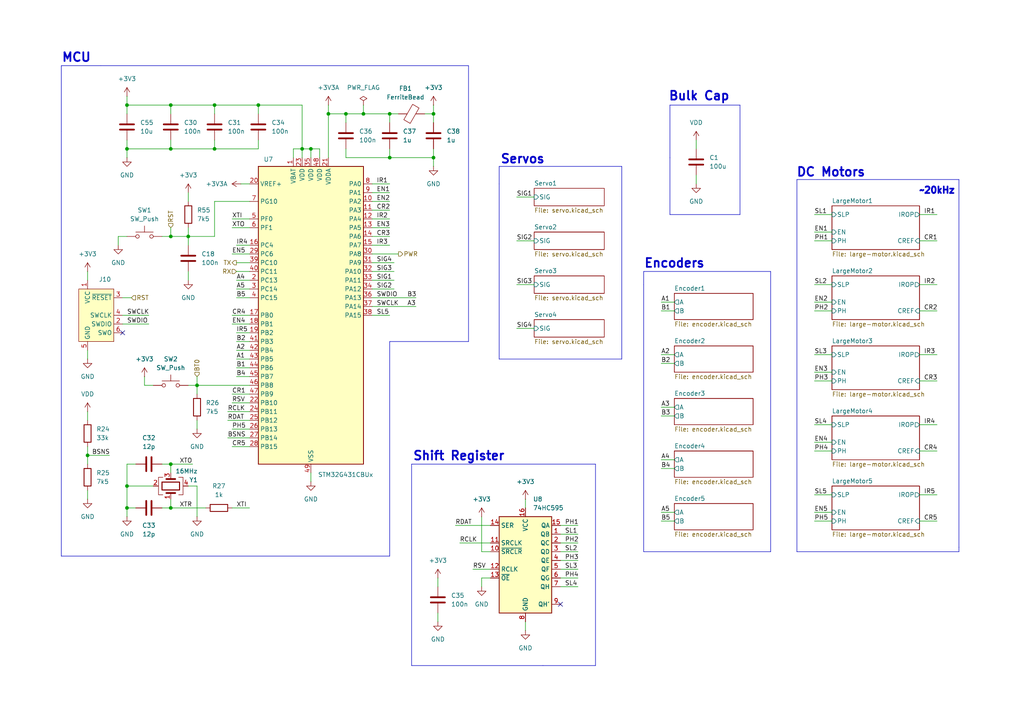
<source format=kicad_sch>
(kicad_sch (version 20250114) (generator "eeschema") (generator_version "9.0")
  (paper "A4")
  (lib_symbols
    (symbol "74xx:74HC595"
      (property "Reference" "U" (at -7.62 13.97 0))
      (property "Value" "74HC595" (at -7.62 -16.51 0))
      (symbol "74HC595_1_0"
        (pin input line (at -10.16 10.16 0) (length 2.54) (name "SER") (number "14"))
        (pin input line (at -10.16 5.08 0) (length 2.54) (name "SRCLK") (number "11"))
        (pin input line (at -10.16 2.54 0) (length 2.54) (name "~{SRCLR}") (number "10"))
        (pin input line (at -10.16 -2.54 0) (length 2.54) (name "RCLK") (number "12"))
        (pin input line (at -10.16 -5.08 0) (length 2.54) (name "~{OE}") (number "13"))
        (pin power_in line (at 0 15.24 270) (length 2.54) (name "VCC") (number "16"))
        (pin power_in line (at 0 -17.78 90) (length 2.54) (name "GND") (number "8"))
        (pin tri_state line (at 10.16 10.16 180) (length 2.54) (name "QA") (number "15"))
        (pin tri_state line (at 10.16 7.62 180) (length 2.54) (name "QB") (number "1"))
        (pin tri_state line (at 10.16 5.08 180) (length 2.54) (name "QC") (number "2"))
        (pin tri_state line (at 10.16 2.54 180) (length 2.54) (name "QD") (number "3"))
        (pin tri_state line (at 10.16 0 180) (length 2.54) (name "QE") (number "4"))
        (pin tri_state line (at 10.16 -2.54 180) (length 2.54) (name "QF") (number "5"))
        (pin tri_state line (at 10.16 -5.08 180) (length 2.54) (name "QG") (number "6"))
        (pin tri_state line (at 10.16 -7.62 180) (length 2.54) (name "QH") (number "7"))
        (pin output line (at 10.16 -12.7 180) (length 2.54) (name "QH'") (number "9"))
      )
      (symbol "74HC595_1_1"
        (rectangle (start -7.62 12.7) (end 7.62 -15.24) (stroke (width 0.254)) (fill (type background)))
      )
    )
    (symbol "Connector:Conn_ARM_SWD_TagConnect_TC2030-NL" (in_bom no)
      (property "Reference" "J" (at 2.54 11.43 0))
      (property "Value" "Conn_ARM_SWD_TagConnect_TC2030-NL" (at 2.54 8.89 0))
      (symbol "Conn_ARM_SWD_TagConnect_TC2030-NL_0_0"
        (pin power_in line (at -2.54 10.16 270) (length 2.54) (name "VCC") (number "1"))
        (pin power_in line (at -2.54 -10.16 90) (length 2.54) (name "GND") (number "5"))
        (pin open_collector line (at 7.62 5.08 180) (length 2.54) (name "~{RESET}") (number "3"))
        (pin output line (at 7.62 0 180) (length 2.54) (name "SWCLK") (number "4"))
        (pin bidirectional line (at 7.62 -2.54 180) (length 2.54) (name "SWDIO") (number "2"))
        (pin input line (at 7.62 -5.08 180) (length 2.54) (name "SWO") (number "6"))
      )
      (symbol "Conn_ARM_SWD_TagConnect_TC2030-NL_0_1"
        (rectangle (start -5.08 7.62) (end 5.08 -7.62) (fill (type background)))
      )
    )
    (symbol "Device:C" (pin_numbers (hide yes)) (pin_names (offset 0.254))
      (property "Reference" "C" (at 0.635 2.54 0))
      (property "Value" "C" (at 0.635 -2.54 0))
      (symbol "C_0_1"
        (polyline (pts (xy -2.032 0.762) (xy 2.032 0.762)) (stroke (width 0.508)))
        (polyline (pts (xy -2.032 -0.762) (xy 2.032 -0.762)) (stroke (width 0.508)))
      )
      (symbol "C_1_1"
        (pin passive line (at 0 3.81 270) (length 2.794) (name "~") (number "1"))
        (pin passive line (at 0 -3.81 90) (length 2.794) (name "~") (number "2"))
      )
    )
    (symbol "Device:Crystal_GND24" (pin_names (offset 1.016) (hide yes))
      (property "Reference" "Y" (at 3.175 5.08 0))
      (property "Value" "Crystal_GND24" (at 3.175 3.175 0))
      (symbol "Crystal_GND24_0_1"
        (polyline (pts (xy -2.54 2.286) (xy -2.54 3.556) (xy 2.54 3.556) (xy 2.54 2.286)))
        (polyline (pts (xy -2.54 0) (xy -2.032 0)))
        (polyline (pts (xy -2.54 -2.286) (xy -2.54 -3.556) (xy 2.54 -3.556) (xy 2.54 -2.286)))
        (polyline (pts (xy -2.032 -1.27) (xy -2.032 1.27)) (stroke (width 0.508)))
        (rectangle (start -1.143 2.54) (end 1.143 -2.54) (stroke (width 0.3048)))
        (polyline (pts (xy 0 3.556) (xy 0 3.81)))
        (polyline (pts (xy 0 -3.81) (xy 0 -3.556)))
        (polyline (pts (xy 2.032 0) (xy 2.54 0)))
        (polyline (pts (xy 2.032 -1.27) (xy 2.032 1.27)) (stroke (width 0.508)))
      )
      (symbol "Crystal_GND24_1_1"
        (pin passive line (at -3.81 0 0) (length 1.27) (name "1") (number "1"))
        (pin passive line (at 0 5.08 270) (length 1.27) (name "2") (number "2"))
        (pin passive line (at 0 -5.08 90) (length 1.27) (name "4") (number "4"))
        (pin passive line (at 3.81 0 180) (length 1.27) (name "3") (number "3"))
      )
    )
    (symbol "Device:FerriteBead" (pin_numbers (hide yes)) (pin_names (offset 0))
      (property "Reference" "FB" (at -3.81 0.635 90))
      (property "Value" "FerriteBead" (at 3.81 0 90))
      (symbol "FerriteBead_0_1"
        (polyline (pts (xy -2.7686 0.4064) (xy -1.7018 2.2606) (xy 2.7686 -0.3048) (xy 1.6764 -2.159) (xy -2.7686 0.4064)))
        (polyline (pts (xy 0 1.27) (xy 0 1.2954)))
        (polyline (pts (xy 0 -1.27) (xy 0 -1.2192)))
      )
      (symbol "FerriteBead_1_1"
        (pin passive line (at 0 3.81 270) (length 2.54) (name "~") (number "1"))
        (pin passive line (at 0 -3.81 90) (length 2.54) (name "~") (number "2"))
      )
    )
    (symbol "Device:R" (pin_numbers (hide yes)) (pin_names (offset 0))
      (property "Reference" "R" (at 2.032 0 90))
      (property "Value" "R" (at 0 0 90))
      (symbol "R_0_1"
        (rectangle (start -1.016 -2.54) (end 1.016 2.54) (stroke (width 0.254)))
      )
      (symbol "R_1_1"
        (pin passive line (at 0 3.81 270) (length 1.27) (name "~") (number "1"))
        (pin passive line (at 0 -3.81 90) (length 1.27) (name "~") (number "2"))
      )
    )
    (symbol "MCU_ST_STM32G4:STM32G431CBUx"
      (property "Reference" "U" (at -15.24 44.45 0))
      (property "Value" "STM32G431CBUx" (at 7.62 44.45 0))
      (symbol "STM32G431CBUx_0_1"
        (rectangle (start -15.24 -43.18) (end 15.24 43.18) (stroke (width 0.254)) (fill (type background)))
      )
      (symbol "STM32G431CBUx_1_1"
        (pin input line (at -17.78 38.1 0) (length 2.54) (name "VREF+") (number "20"))
        (pin bidirectional line (at -17.78 33.02 0) (length 2.54) (name "PG10") (number "7"))
        (pin bidirectional line (at -17.78 27.94 0) (length 2.54) (name "PF0") (number "5"))
        (pin bidirectional line (at -17.78 25.4 0) (length 2.54) (name "PF1") (number "6"))
        (pin bidirectional line (at -17.78 20.32 0) (length 2.54) (name "PC4") (number "16"))
        (pin bidirectional line (at -17.78 17.78 0) (length 2.54) (name "PC6") (number "29"))
        (pin bidirectional line (at -17.78 15.24 0) (length 2.54) (name "PC10") (number "39"))
        (pin bidirectional line (at -17.78 12.7 0) (length 2.54) (name "PC11") (number "40"))
        (pin bidirectional line (at -17.78 10.16 0) (length 2.54) (name "PC13") (number "2"))
        (pin bidirectional line (at -17.78 7.62 0) (length 2.54) (name "PC14") (number "3"))
        (pin bidirectional line (at -17.78 5.08 0) (length 2.54) (name "PC15") (number "4"))
        (pin bidirectional line (at -17.78 0 0) (length 2.54) (name "PB0") (number "17"))
        (pin bidirectional line (at -17.78 -2.54 0) (length 2.54) (name "PB1") (number "18"))
        (pin bidirectional line (at -17.78 -5.08 0) (length 2.54) (name "PB2") (number "19"))
        (pin bidirectional line (at -17.78 -7.62 0) (length 2.54) (name "PB3") (number "41"))
        (pin bidirectional line (at -17.78 -10.16 0) (length 2.54) (name "PB4") (number "42"))
        (pin bidirectional line (at -17.78 -12.7 0) (length 2.54) (name "PB5") (number "43"))
        (pin bidirectional line (at -17.78 -15.24 0) (length 2.54) (name "PB6") (number "44"))
        (pin bidirectional line (at -17.78 -17.78 0) (length 2.54) (name "PB7") (number "45"))
        (pin bidirectional line (at -17.78 -20.32 0) (length 2.54) (name "PB8") (number "46"))
        (pin bidirectional line (at -17.78 -22.86 0) (length 2.54) (name "PB9") (number "47"))
        (pin bidirectional line (at -17.78 -25.4 0) (length 2.54) (name "PB10") (number "22"))
        (pin bidirectional line (at -17.78 -27.94 0) (length 2.54) (name "PB11") (number "24"))
        (pin bidirectional line (at -17.78 -30.48 0) (length 2.54) (name "PB12") (number "25"))
        (pin bidirectional line (at -17.78 -33.02 0) (length 2.54) (name "PB13") (number "26"))
        (pin bidirectional line (at -17.78 -35.56 0) (length 2.54) (name "PB14") (number "27"))
        (pin bidirectional line (at -17.78 -38.1 0) (length 2.54) (name "PB15") (number "28"))
        (pin power_in line (at -5.08 45.72 270) (length 2.54) (name "VBAT") (number "1"))
        (pin power_in line (at -2.54 45.72 270) (length 2.54) (name "VDD") (number "23"))
        (pin power_in line (at 0 45.72 270) (length 2.54) (name "VDD") (number "35"))
        (pin power_in line (at 0 -45.72 90) (length 2.54) (name "VSS") (number "49"))
        (pin power_in line (at 2.54 45.72 270) (length 2.54) (name "VDD") (number "48"))
        (pin power_in line (at 5.08 45.72 270) (length 2.54) (name "VDDA") (number "21"))
        (pin bidirectional line (at 17.78 38.1 180) (length 2.54) (name "PA0") (number "8"))
        (pin bidirectional line (at 17.78 35.56 180) (length 2.54) (name "PA1") (number "9"))
        (pin bidirectional line (at 17.78 33.02 180) (length 2.54) (name "PA2") (number "10"))
        (pin bidirectional line (at 17.78 30.48 180) (length 2.54) (name "PA3") (number "11"))
        (pin bidirectional line (at 17.78 27.94 180) (length 2.54) (name "PA4") (number "12"))
        (pin bidirectional line (at 17.78 25.4 180) (length 2.54) (name "PA5") (number "13"))
        (pin bidirectional line (at 17.78 22.86 180) (length 2.54) (name "PA6") (number "14"))
        (pin bidirectional line (at 17.78 20.32 180) (length 2.54) (name "PA7") (number "15"))
        (pin bidirectional line (at 17.78 17.78 180) (length 2.54) (name "PA8") (number "30"))
        (pin bidirectional line (at 17.78 15.24 180) (length 2.54) (name "PA9") (number "31"))
        (pin bidirectional line (at 17.78 12.7 180) (length 2.54) (name "PA10") (number "32"))
        (pin bidirectional line (at 17.78 10.16 180) (length 2.54) (name "PA11") (number "33"))
        (pin bidirectional line (at 17.78 7.62 180) (length 2.54) (name "PA12") (number "34"))
        (pin bidirectional line (at 17.78 5.08 180) (length 2.54) (name "PA13") (number "36"))
        (pin bidirectional line (at 17.78 2.54 180) (length 2.54) (name "PA14") (number "37"))
        (pin bidirectional line (at 17.78 0 180) (length 2.54) (name "PA15") (number "38"))
      )
    )
    (symbol "Switch:SW_Push" (pin_numbers (hide yes)) (pin_names (offset 1.016) (hide yes))
      (property "Reference" "SW" (at 1.27 2.54 0))
      (property "Value" "SW_Push" (at 0 -1.524 0))
      (symbol "SW_Push_0_1"
        (circle (center -2.032 0) (radius 0.508))
        (polyline (pts (xy 0 1.27) (xy 0 3.048)))
        (circle (center 2.032 0) (radius 0.508))
        (polyline (pts (xy 2.54 1.27) (xy -2.54 1.27)))
        (pin passive line (at -5.08 0 0) (length 2.54) (name "1") (number "1"))
        (pin passive line (at 5.08 0 180) (length 2.54) (name "2") (number "2"))
      )
    )
    (symbol "power:+3V3" (power) (pin_numbers (hide yes)) (pin_names (offset 0) (hide yes))
      (property "Value" "+3V3" (at 0 3.556 0))
      (symbol "+3V3_0_1"
        (polyline (pts (xy -0.762 1.27) (xy 0 2.54)))
        (polyline (pts (xy 0 2.54) (xy 0.762 1.27)))
        (polyline (pts (xy 0 0) (xy 0 2.54)))
      )
      (symbol "+3V3_1_1"
        (pin power_in line (at 0 0 90) (length 0) (name "~") (number "1"))
      )
    )
    (symbol "power:GND" (power) (pin_numbers (hide yes)) (pin_names (offset 0) (hide yes))
      (property "Value" "GND" (at 0 -3.81 0))
      (symbol "GND_0_1"
        (polyline (pts (xy 0 0) (xy 0 -1.27) (xy 1.27 -1.27) (xy 0 -2.54) (xy -1.27 -1.27) (xy 0 -1.27)))
      )
      (symbol "GND_1_1"
        (pin power_in line (at 0 0 270) (length 0) (name "~") (number "1"))
      )
    )
    (symbol "power:PWR_FLAG" (power) (pin_numbers (hide yes)) (pin_names (offset 0) (hide yes))
      (property "Value" "PWR_FLAG" (at 0 3.81 0))
      (symbol "PWR_FLAG_0_0"
        (pin power_out line (at 0 0 90) (length 0) (name "~") (number "1"))
      )
      (symbol "PWR_FLAG_0_1"
        (polyline (pts (xy 0 0) (xy 0 1.27) (xy -1.016 1.905) (xy 0 2.54) (xy 1.016 1.905) (xy 0 1.27)))
      )
    )
    (symbol "power:VDD" (power) (pin_numbers (hide yes)) (pin_names (offset 0) (hide yes))
      (property "Value" "VDD" (at 0 3.556 0))
      (symbol "VDD_0_1"
        (polyline (pts (xy -0.762 1.27) (xy 0 2.54)))
        (polyline (pts (xy 0 2.54) (xy 0.762 1.27)))
        (polyline (pts (xy 0 0) (xy 0 2.54)))
      )
      (symbol "VDD_1_1"
        (pin power_in line (at 0 0 90) (length 0) (name "~") (number "1"))
      )
    )
  )
  (text "~20kHz" (at 271.78 55.372 0) (effects (font (size 1.905 1.905) (thickness 0.508) (bold yes))))
  (text "Bulk Cap" (at 193.802 29.464 0) (effects (font (size 2.54 2.54) (thickness 0.508) (bold yes)) (justify left bottom)))
  (text "Servos" (at 145.034 47.752 0) (effects (font (size 2.54 2.54) (thickness 0.508) (bold yes)) (justify left bottom)))
  (text "MCU" (at 17.78 18.288 0) (effects (font (size 2.54 2.54) (thickness 0.508) (bold yes)) (justify left bottom)))
  (text "DC Motors" (at 230.886 51.562 0) (effects (font (size 2.54 2.54) (thickness 0.508) (bold yes)) (justify left bottom)))
  (text "Encoders" (at 186.69 77.978 0) (effects (font (size 2.54 2.54) (thickness 0.508) (bold yes)) (justify left bottom)))
  (text "Shift Register" (at 119.634 133.858 0) (effects (font (size 2.54 2.54) (thickness 0.508) (bold yes)) (justify left bottom)))
  (junction (at 125.73 33.02))
  (junction (at 105.41 33.02))
  (junction (at 90.17 43.18))
  (junction (at 36.83 147.32))
  (junction (at 54.61 68.58))
  (junction (at 113.03 33.02))
  (junction (at 113.03 45.72))
  (junction (at 62.23 43.18))
  (junction (at 49.53 68.58))
  (junction (at 36.83 43.18))
  (junction (at 100.33 33.02))
  (junction (at 36.83 30.48))
  (junction (at 36.83 140.97))
  (junction (at 87.63 43.18))
  (junction (at 49.53 43.18))
  (junction (at 95.25 33.02))
  (junction (at 49.53 134.62))
  (junction (at 57.15 111.76))
  (junction (at 25.4 132.08))
  (junction (at 62.23 30.48))
  (junction (at 49.53 30.48))
  (junction (at 74.93 30.48))
  (junction (at 49.53 147.32))
  (junction (at 125.73 45.72))
  (no_connect (at 35.56 96.52))
  (no_connect (at 162.56 175.26))
  (wire (pts (xy 36.83 43.18) (xy 36.83 45.72)))
  (wire (pts (xy 67.31 114.3) (xy 72.39 114.3)))
  (wire (pts (xy 107.95 91.44) (xy 113.03 91.44)))
  (polyline (pts (xy 186.69 78.74) (xy 186.69 82.55)))
  (wire (pts (xy 36.83 134.62) (xy 39.37 134.62)))
  (wire (pts (xy 266.7 102.87) (xy 271.78 102.87)))
  (polyline (pts (xy 194.31 45.72) (xy 194.31 62.23)))
  (polyline (pts (xy 214.63 30.48) (xy 194.31 30.48)))
  (wire (pts (xy 25.4 142.24) (xy 25.4 144.78)))
  (wire (pts (xy 191.77 133.35) (xy 195.58 133.35)))
  (wire (pts (xy 54.61 71.12) (xy 54.61 68.58)))
  (wire (pts (xy 57.15 121.92) (xy 57.15 124.46)))
  (wire (pts (xy 74.93 30.48) (xy 74.93 33.02)))
  (wire (pts (xy 34.29 68.58) (xy 36.83 68.58)))
  (wire (pts (xy 25.4 132.08) (xy 25.4 134.62)))
  (wire (pts (xy 46.99 68.58) (xy 49.53 68.58)))
  (wire (pts (xy 107.95 86.36) (xy 120.65 86.36)))
  (wire (pts (xy 107.95 78.74) (xy 114.3 78.74)))
  (wire (pts (xy 68.58 86.36) (xy 72.39 86.36)))
  (wire (pts (xy 201.93 40.64) (xy 201.93 43.18)))
  (wire (pts (xy 68.58 109.22) (xy 72.39 109.22)))
  (polyline (pts (xy 223.52 78.74) (xy 186.69 78.74)))
  (wire (pts (xy 105.41 33.02) (xy 113.03 33.02)))
  (wire (pts (xy 49.53 66.04) (xy 49.53 68.58)))
  (wire (pts (xy 49.53 147.32) (xy 59.69 147.32)))
  (wire (pts (xy 236.22 82.55) (xy 241.3 82.55)))
  (wire (pts (xy 266.7 130.81) (xy 271.78 130.81)))
  (wire (pts (xy 236.22 123.19) (xy 241.3 123.19)))
  (wire (pts (xy 68.58 76.2) (xy 72.39 76.2)))
  (wire (pts (xy 113.03 33.02) (xy 113.03 35.56)))
  (wire (pts (xy 49.53 147.32) (xy 46.99 147.32)))
  (polyline (pts (xy 113.03 161.29) (xy 113.03 99.06)))
  (wire (pts (xy 236.22 62.23) (xy 241.3 62.23)))
  (wire (pts (xy 87.63 43.18) (xy 87.63 45.72)))
  (wire (pts (xy 266.7 151.13) (xy 271.78 151.13)))
  (wire (pts (xy 62.23 43.18) (xy 74.93 43.18)))
  (wire (pts (xy 95.25 30.48) (xy 95.25 33.02)))
  (wire (pts (xy 57.15 109.22) (xy 57.15 111.76)))
  (wire (pts (xy 266.7 62.23) (xy 271.78 62.23)))
  (wire (pts (xy 36.83 140.97) (xy 44.45 140.97)))
  (polyline (pts (xy 278.13 158.75) (xy 278.13 160.02)))
  (polyline (pts (xy 231.14 52.07) (xy 231.14 160.02)))
  (wire (pts (xy 266.7 123.19) (xy 271.78 123.19)))
  (polyline (pts (xy 144.78 48.26) (xy 144.78 53.34)))
  (wire (pts (xy 87.63 43.18) (xy 87.63 30.48)))
  (polyline (pts (xy 144.78 104.14) (xy 180.34 104.14)))
  (polyline (pts (xy 157.48 193.04) (xy 172.72 193.04)))
  (wire (pts (xy 67.31 91.44) (xy 72.39 91.44)))
  (polyline (pts (xy 194.31 30.48) (xy 194.31 45.72)))
  (wire (pts (xy 107.95 58.42) (xy 113.03 58.42)))
  (wire (pts (xy 236.22 143.51) (xy 241.3 143.51)))
  (wire (pts (xy 201.93 50.8) (xy 201.93 53.34)))
  (wire (pts (xy 95.25 33.02) (xy 100.33 33.02)))
  (wire (pts (xy 41.91 109.22) (xy 41.91 111.76)))
  (wire (pts (xy 57.15 140.97) (xy 54.61 140.97)))
  (wire (pts (xy 149.86 57.15) (xy 154.94 57.15)))
  (wire (pts (xy 266.7 110.49) (xy 271.78 110.49)))
  (wire (pts (xy 66.04 121.92) (xy 72.39 121.92)))
  (wire (pts (xy 132.08 152.4) (xy 142.24 152.4)))
  (wire (pts (xy 25.4 78.74) (xy 25.4 81.28)))
  (polyline (pts (xy 223.52 160.02) (xy 223.52 78.74)))
  (wire (pts (xy 57.15 111.76) (xy 72.39 111.76)))
  (wire (pts (xy 67.31 147.32) (xy 72.39 147.32)))
  (wire (pts (xy 35.56 91.44) (xy 43.18 91.44)))
  (wire (pts (xy 49.53 134.62) (xy 46.99 134.62)))
  (wire (pts (xy 67.31 116.84) (xy 72.39 116.84)))
  (wire (pts (xy 49.53 134.62) (xy 55.88 134.62)))
  (wire (pts (xy 95.25 33.02) (xy 95.25 45.72)))
  (wire (pts (xy 67.31 73.66) (xy 72.39 73.66)))
  (polyline (pts (xy 214.63 62.23) (xy 214.63 30.48)))
  (wire (pts (xy 36.83 30.48) (xy 49.53 30.48)))
  (wire (pts (xy 57.15 140.97) (xy 57.15 149.86)))
  (polyline (pts (xy 186.69 82.55) (xy 186.69 160.02)))
  (wire (pts (xy 191.77 102.87) (xy 195.58 102.87)))
  (polyline (pts (xy 135.89 99.06) (xy 135.89 19.05)))
  (wire (pts (xy 236.22 151.13) (xy 241.3 151.13)))
  (wire (pts (xy 139.7 149.86) (xy 139.7 160.02)))
  (wire (pts (xy 162.56 157.48) (xy 167.64 157.48)))
  (wire (pts (xy 36.83 27.94) (xy 36.83 30.48)))
  (polyline (pts (xy 194.31 62.23) (xy 214.63 62.23)))
  (wire (pts (xy 107.95 71.12) (xy 113.03 71.12)))
  (wire (pts (xy 36.83 33.02) (xy 36.83 30.48)))
  (wire (pts (xy 133.35 157.48) (xy 142.24 157.48)))
  (wire (pts (xy 62.23 30.48) (xy 74.93 30.48)))
  (wire (pts (xy 34.29 71.12) (xy 34.29 68.58)))
  (wire (pts (xy 162.56 160.02) (xy 167.64 160.02)))
  (polyline (pts (xy 119.38 134.62) (xy 119.38 193.04)))
  (polyline (pts (xy 144.78 53.34) (xy 144.78 104.14)))
  (polyline (pts (xy 278.13 52.07) (xy 231.14 52.07)))
  (wire (pts (xy 191.77 105.41) (xy 195.58 105.41)))
  (wire (pts (xy 68.58 101.6) (xy 72.39 101.6)))
  (wire (pts (xy 25.4 101.6) (xy 25.4 104.14)))
  (wire (pts (xy 68.58 78.74) (xy 72.39 78.74)))
  (wire (pts (xy 54.61 111.76) (xy 57.15 111.76)))
  (wire (pts (xy 66.04 119.38) (xy 72.39 119.38)))
  (wire (pts (xy 62.23 33.02) (xy 62.23 30.48)))
  (wire (pts (xy 107.95 60.96) (xy 113.03 60.96)))
  (wire (pts (xy 236.22 130.81) (xy 241.3 130.81)))
  (polyline (pts (xy 278.13 158.75) (xy 278.13 52.07)))
  (wire (pts (xy 36.83 147.32) (xy 36.83 140.97)))
  (wire (pts (xy 127 167.64) (xy 127 170.18)))
  (wire (pts (xy 68.58 96.52) (xy 72.39 96.52)))
  (wire (pts (xy 107.95 53.34) (xy 113.03 53.34)))
  (wire (pts (xy 67.31 66.04) (xy 72.39 66.04)))
  (polyline (pts (xy 172.72 193.04) (xy 172.72 134.62)))
  (wire (pts (xy 100.33 45.72) (xy 113.03 45.72)))
  (wire (pts (xy 68.58 83.82) (xy 72.39 83.82)))
  (wire (pts (xy 66.04 127) (xy 72.39 127)))
  (wire (pts (xy 62.23 58.42) (xy 62.23 68.58)))
  (wire (pts (xy 236.22 128.27) (xy 241.3 128.27)))
  (wire (pts (xy 162.56 170.18) (xy 167.64 170.18)))
  (wire (pts (xy 85.09 45.72) (xy 85.09 43.18)))
  (polyline (pts (xy 17.78 19.05) (xy 17.78 38.1)))
  (wire (pts (xy 107.95 66.04) (xy 113.03 66.04)))
  (wire (pts (xy 236.22 102.87) (xy 241.3 102.87)))
  (wire (pts (xy 113.03 43.18) (xy 113.03 45.72)))
  (wire (pts (xy 125.73 43.18) (xy 125.73 45.72)))
  (wire (pts (xy 149.86 82.55) (xy 154.94 82.55)))
  (wire (pts (xy 100.33 33.02) (xy 100.33 35.56)))
  (wire (pts (xy 191.77 135.89) (xy 195.58 135.89)))
  (wire (pts (xy 236.22 90.17) (xy 241.3 90.17)))
  (polyline (pts (xy 180.34 104.14) (xy 180.34 48.26)))
  (wire (pts (xy 49.53 144.78) (xy 49.53 147.32)))
  (wire (pts (xy 49.53 137.16) (xy 49.53 134.62)))
  (wire (pts (xy 236.22 67.31) (xy 241.3 67.31)))
  (wire (pts (xy 35.56 86.36) (xy 38.1 86.36)))
  (wire (pts (xy 54.61 58.42) (xy 54.61 55.88)))
  (polyline (pts (xy 17.78 38.1) (xy 17.78 161.29)))
  (wire (pts (xy 191.77 148.59) (xy 195.58 148.59)))
  (wire (pts (xy 25.4 129.54) (xy 25.4 132.08)))
  (wire (pts (xy 149.86 95.25) (xy 154.94 95.25)))
  (wire (pts (xy 152.4 180.34) (xy 152.4 182.88)))
  (wire (pts (xy 62.23 68.58) (xy 54.61 68.58)))
  (wire (pts (xy 236.22 107.95) (xy 241.3 107.95)))
  (polyline (pts (xy 231.14 160.02) (xy 278.13 160.02)))
  (wire (pts (xy 162.56 165.1) (xy 167.64 165.1)))
  (wire (pts (xy 92.71 45.72) (xy 92.71 43.18)))
  (wire (pts (xy 68.58 71.12) (xy 72.39 71.12)))
  (wire (pts (xy 62.23 40.64) (xy 62.23 43.18)))
  (wire (pts (xy 54.61 68.58) (xy 54.61 66.04)))
  (wire (pts (xy 191.77 120.65) (xy 195.58 120.65)))
  (polyline (pts (xy 135.89 19.05) (xy 29.21 19.05)))
  (wire (pts (xy 266.7 143.51) (xy 271.78 143.51)))
  (polyline (pts (xy 180.34 48.26) (xy 144.78 48.26)))
  (wire (pts (xy 49.53 68.58) (xy 54.61 68.58)))
  (wire (pts (xy 62.23 30.48) (xy 49.53 30.48)))
  (polyline (pts (xy 17.78 161.29) (xy 113.03 161.29)))
  (polyline (pts (xy 172.72 134.62) (xy 119.38 134.62)))
  (wire (pts (xy 191.77 87.63) (xy 195.58 87.63)))
  (wire (pts (xy 85.09 43.18) (xy 87.63 43.18)))
  (wire (pts (xy 123.19 33.02) (xy 125.73 33.02)))
  (wire (pts (xy 36.83 149.86) (xy 36.83 147.32)))
  (wire (pts (xy 49.53 40.64) (xy 49.53 43.18)))
  (polyline (pts (xy 17.78 19.05) (xy 29.21 19.05)))
  (wire (pts (xy 72.39 58.42) (xy 62.23 58.42)))
  (wire (pts (xy 236.22 110.49) (xy 241.3 110.49)))
  (wire (pts (xy 127 177.8) (xy 127 180.34)))
  (wire (pts (xy 107.95 81.28) (xy 114.3 81.28)))
  (wire (pts (xy 236.22 148.59) (xy 241.3 148.59)))
  (polyline (pts (xy 186.69 160.02) (xy 223.52 160.02)))
  (wire (pts (xy 107.95 88.9) (xy 120.65 88.9)))
  (wire (pts (xy 149.86 69.85) (xy 154.94 69.85)))
  (wire (pts (xy 67.31 129.54) (xy 72.39 129.54)))
  (wire (pts (xy 125.73 30.48) (xy 125.73 33.02)))
  (wire (pts (xy 36.83 43.18) (xy 36.83 40.64)))
  (wire (pts (xy 36.83 140.97) (xy 36.83 134.62)))
  (wire (pts (xy 100.33 43.18) (xy 100.33 45.72)))
  (wire (pts (xy 35.56 93.98) (xy 43.18 93.98)))
  (wire (pts (xy 266.7 69.85) (xy 271.78 69.85)))
  (wire (pts (xy 191.77 90.17) (xy 195.58 90.17)))
  (wire (pts (xy 25.4 119.38) (xy 25.4 121.92)))
  (wire (pts (xy 139.7 170.18) (xy 139.7 167.64)))
  (wire (pts (xy 68.58 81.28) (xy 72.39 81.28)))
  (wire (pts (xy 68.58 106.68) (xy 72.39 106.68)))
  (wire (pts (xy 90.17 43.18) (xy 87.63 43.18)))
  (wire (pts (xy 113.03 33.02) (xy 115.57 33.02)))
  (wire (pts (xy 49.53 30.48) (xy 49.53 33.02)))
  (wire (pts (xy 74.93 40.64) (xy 74.93 43.18)))
  (wire (pts (xy 57.15 114.3) (xy 57.15 111.76)))
  (polyline (pts (xy 113.03 99.06) (xy 135.89 99.06)))
  (wire (pts (xy 36.83 43.18) (xy 49.53 43.18)))
  (polyline (pts (xy 119.38 193.04) (xy 157.48 193.04)))
  (wire (pts (xy 68.58 99.06) (xy 72.39 99.06)))
  (wire (pts (xy 162.56 154.94) (xy 167.64 154.94)))
  (wire (pts (xy 105.41 30.48) (xy 105.41 33.02)))
  (wire (pts (xy 139.7 167.64) (xy 142.24 167.64)))
  (wire (pts (xy 69.85 53.34) (xy 72.39 53.34)))
  (wire (pts (xy 67.31 93.98) (xy 72.39 93.98)))
  (wire (pts (xy 125.73 45.72) (xy 125.73 48.26)))
  (wire (pts (xy 125.73 33.02) (xy 125.73 35.56)))
  (wire (pts (xy 107.95 76.2) (xy 114.3 76.2)))
  (wire (pts (xy 113.03 45.72) (xy 125.73 45.72)))
  (wire (pts (xy 100.33 33.02) (xy 105.41 33.02)))
  (wire (pts (xy 49.53 43.18) (xy 62.23 43.18)))
  (wire (pts (xy 107.95 73.66) (xy 115.57 73.66)))
  (wire (pts (xy 67.31 63.5) (xy 72.39 63.5)))
  (wire (pts (xy 266.7 82.55) (xy 271.78 82.55)))
  (wire (pts (xy 107.95 63.5) (xy 113.03 63.5)))
  (wire (pts (xy 152.4 144.78) (xy 152.4 147.32)))
  (wire (pts (xy 162.56 152.4) (xy 167.64 152.4)))
  (wire (pts (xy 139.7 160.02) (xy 142.24 160.02)))
  (wire (pts (xy 107.95 83.82) (xy 114.3 83.82)))
  (wire (pts (xy 68.58 104.14) (xy 72.39 104.14)))
  (wire (pts (xy 162.56 162.56) (xy 167.64 162.56)))
  (wire (pts (xy 191.77 151.13) (xy 195.58 151.13)))
  (wire (pts (xy 107.95 68.58) (xy 113.03 68.58)))
  (wire (pts (xy 191.77 118.11) (xy 195.58 118.11)))
  (wire (pts (xy 90.17 43.18) (xy 90.17 45.72)))
  (wire (pts (xy 236.22 69.85) (xy 241.3 69.85)))
  (wire (pts (xy 25.4 132.08) (xy 31.75 132.08)))
  (wire (pts (xy 236.22 87.63) (xy 241.3 87.63)))
  (wire (pts (xy 54.61 78.74) (xy 54.61 81.28)))
  (wire (pts (xy 90.17 137.16) (xy 90.17 139.7)))
  (wire (pts (xy 74.93 30.48) (xy 87.63 30.48)))
  (wire (pts (xy 107.95 55.88) (xy 113.03 55.88)))
  (wire (pts (xy 137.16 165.1) (xy 142.24 165.1)))
  (wire (pts (xy 162.56 167.64) (xy 167.64 167.64)))
  (wire (pts (xy 67.31 124.46) (xy 72.39 124.46)))
  (wire (pts (xy 41.91 111.76) (xy 44.45 111.76)))
  (wire (pts (xy 36.83 147.32) (xy 39.37 147.32)))
  (wire (pts (xy 266.7 90.17) (xy 271.78 90.17)))
  (wire (pts (xy 92.71 43.18) (xy 90.17 43.18)))
  (label "SL3" (at 236.22 102.87 0))
  (label "B1" (at 191.77 90.17 0))
  (label "EN5" (at 236.22 148.59 0))
  (label "IR1" (at 267.97 62.23 0))
  (label "RSV" (at 137.16 165.1 0))
  (label "PH3" (at 236.22 110.49 0))
  (label "A3" (at 118.11 88.9 0))
  (label "EN1" (at 109.22 55.88 0))
  (label "EN3" (at 236.22 107.95 0))
  (label "PH4" (at 163.83 167.64 0))
  (label "B3" (at 191.77 120.65 0))
  (label "SWCLK" (at 36.83 91.44 0))
  (label "XTI" (at 68.58 147.32 0))
  (label "CR3" (at 109.22 68.58 0))
  (label "EN3" (at 109.22 66.04 0))
  (label "B1" (at 68.58 106.68 0))
  (label "PH2" (at 236.22 90.17 0))
  (label "CR4" (at 267.97 130.81 0))
  (label "XTO" (at 52.07 134.62 0))
  (label "SL5" (at 109.22 91.44 0))
  (label "EN5" (at 67.31 73.66 0))
  (label "A4" (at 191.77 133.35 0))
  (label "XTR" (at 52.07 147.32 0))
  (label "A2" (at 191.77 102.87 0))
  (label "IR4" (at 68.58 71.12 0))
  (label "IR5" (at 68.58 96.52 0))
  (label "RDAT" (at 132.08 152.4 0))
  (label "IR1" (at 109.22 53.34 0))
  (label "PH5" (at 236.22 151.13 0))
  (label "CR4" (at 67.31 91.44 0))
  (label "A5" (at 68.58 83.82 0))
  (label "IR5" (at 267.97 143.51 0))
  (label "SIG1" (at 109.22 81.28 0))
  (label "SL4" (at 236.22 123.19 0))
  (label "EN2" (at 109.22 58.42 0))
  (label "EN2" (at 236.22 87.63 0))
  (label "B5" (at 68.58 86.36 0))
  (label "SWCLK" (at 109.22 88.9 0))
  (label "CR2" (at 109.22 60.96 0))
  (label "CR1" (at 67.31 114.3 0))
  (label "XTI" (at 67.31 63.5 0))
  (label "SWDIO" (at 109.22 86.36 0))
  (label "A5" (at 191.77 148.59 0))
  (label "RSV" (at 67.31 116.84 0))
  (label "IR2" (at 267.97 82.55 0))
  (label "EN1" (at 236.22 67.31 0))
  (label "B5" (at 191.77 151.13 0))
  (label "RCLK" (at 66.04 119.38 0))
  (label "XTO" (at 67.31 66.04 0))
  (label "B2" (at 68.58 99.06 0))
  (label "B4" (at 191.77 135.89 0))
  (label "PH1" (at 236.22 69.85 0))
  (label "SL1" (at 163.83 154.94 0))
  (label "EN4" (at 67.31 93.98 0))
  (label "SIG4" (at 109.22 76.2 0))
  (label "SL5" (at 236.22 143.51 0))
  (label "PH4" (at 236.22 130.81 0))
  (label "SL2" (at 236.22 82.55 0))
  (label "IR3" (at 109.22 71.12 0))
  (label "PH3" (at 163.83 162.56 0))
  (label "SL4" (at 163.83 170.18 0))
  (label "PH1" (at 163.83 152.4 0))
  (label "CR3" (at 267.97 110.49 0))
  (label "IR2" (at 109.22 63.5 0))
  (label "A4" (at 68.58 81.28 0))
  (label "A1" (at 191.77 87.63 0))
  (label "SIG2" (at 109.22 83.82 0))
  (label "CR2" (at 267.97 90.17 0))
  (label "SIG1" (at 149.86 57.15 0))
  (label "A3" (at 191.77 118.11 0))
  (label "BSNS" (at 66.04 127 0))
  (label "SIG2" (at 149.86 69.85 0))
  (label "SIG3" (at 149.86 82.55 0))
  (label "A1" (at 68.58 104.14 0))
  (label "BSNS" (at 26.67 132.08 0))
  (label "B4" (at 68.58 109.22 0))
  (label "RDAT" (at 66.04 121.92 0))
  (label "IR3" (at 267.97 102.87 0))
  (label "SL1" (at 236.22 62.23 0))
  (label "CR5" (at 267.97 151.13 0))
  (label "SWDIO" (at 36.83 93.98 0))
  (label "EN4" (at 236.22 128.27 0))
  (label "CR5" (at 67.31 129.54 0))
  (label "IR4" (at 267.97 123.19 0))
  (label "B2" (at 191.77 105.41 0))
  (label "CR1" (at 267.97 69.85 0))
  (label "SL3" (at 163.83 165.1 0))
  (label "A2" (at 68.58 101.6 0))
  (label "SIG3" (at 109.22 78.74 0))
  (label "SIG4" (at 149.86 95.25 0))
  (label "B3" (at 118.11 86.36 0))
  (label "SL2" (at 163.83 160.02 0))
  (label "PH2" (at 163.83 157.48 0))
  (label "RCLK" (at 133.35 157.48 0))
  (label "PH5" (at 67.31 124.46 0))
  (hierarchical_label "PWR" (shape output) (at 115.57 73.66 0))
  (hierarchical_label "RX" (shape input) (at 68.58 78.74 180))
  (hierarchical_label "RST" (shape input) (at 38.1 86.36 0))
  (hierarchical_label "TX" (shape output) (at 68.58 76.2 180))
  (hierarchical_label "BT0" (shape input) (at 57.15 109.22 90))
  (hierarchical_label "RST" (shape input) (at 49.53 66.04 90))
  (symbol (lib_id "MCU_ST_STM32G4:STM32G431CBUx") (at 90.17 91.44 0) (unit 1)
    (property "Reference" "U7" (at 76.454 46.228 0) (effects (justify left)))
    (property "Value" "STM32G431CBUx" (at 92.202 137.668 0) (effects (justify left)))
    (property "Footprint" "Package_DFN_QFN:QFN-48-1EP_7x7mm_P0.5mm_EP5.6x5.6mm" (effects (hide yes)))
    (property "Datasheet" "https://www.st.com/resource/en/datasheet/stm32g431cb.pdf" (effects (hide yes)))
    (property "Description" "STMicroelectronics Arm Cortex-M4 MCU, 128KB flash, 32KB RAM, 170 MHz, 1.71-3.6V, 42 GPIO, UFQFPN48" (effects (hide yes)))
    (property "LCSC" "C529356" (effects (hide yes)))
  )
  (symbol (lib_id "power:+3V3") (at 127 167.64 0) (unit 1)
    (property "Reference" "#PWR088" (effects (hide yes)))
    (property "Value" "+3V3" (at 127 162.56 0))
    (property "Description" "Power symbol creates a global label with name \"+3V3\"" (effects (hide yes)))
  )
  (symbol (lib_id "power:PWR_FLAG") (at 105.41 30.48 0) (unit 1)
    (property "Reference" "#FLG05" (effects (hide yes)))
    (property "Value" "PWR_FLAG" (at 105.41 25.4 0))
    (property "Description" "Special symbol for telling ERC where power comes from" (effects (hide yes)))
  )
  (symbol (lib_id "Device:C") (at 43.18 147.32 90) (unit 1)
    (property "Reference" "C33" (at 43.18 152.4 90))
    (property "Value" "12p" (at 43.18 154.94 90))
    (property "Footprint" "Capacitor_SMD:C_0402_1005Metric" (effects (hide yes)))
    (property "LCSC" "C1547" (effects (hide yes)))
  )
  (symbol (lib_id "power:+3V3") (at 95.25 30.48 0) (unit 1)
    (property "Reference" "#PWR087" (effects (hide yes)))
    (property "Value" "+3V3A" (at 95.25 25.4 0))
    (property "Description" "Power symbol creates a global label with name \"+3V3\"" (effects (hide yes)))
  )
  (symbol (lib_id "power:GND") (at 25.4 104.14 0) (unit 1)
    (property "Reference" "#PWR0121" (effects (hide yes)))
    (property "Value" "GND" (at 25.4 109.22 0))
    (property "Description" "Power symbol creates a global label with name \"GND\" , ground" (effects (hide yes)))
  )
  (symbol (lib_id "Device:C") (at 36.83 36.83 0) (unit 1)
    (property "Reference" "C55" (at 40.64 35.5599 0) (effects (justify left)))
    (property "Value" "10u" (at 40.64 38.0999 0) (effects (justify left)))
    (property "Footprint" "Capacitor_SMD:C_0402_1005Metric" (effects (hide yes)))
    (property "Description" "Unpolarized capacitor" (effects (hide yes)))
    (property "LCSC" "C15525" (effects (hide yes)))
  )
  (symbol (lib_id "power:GND") (at 36.83 149.86 0) (unit 1)
    (property "Reference" "#PWR083" (effects (hide yes)))
    (property "Value" "GND" (at 36.83 154.94 0))
  )
  (symbol (lib_id "power:+3V3") (at 54.61 55.88 0) (unit 1)
    (property "Reference" "#PWR0120" (effects (hide yes)))
    (property "Value" "+3V3" (at 54.61 50.8 0))
    (property "Description" "Power symbol creates a global label with name \"+3V3\"" (effects (hide yes)))
  )
  (symbol (lib_id "Device:FerriteBead") (at 119.38 33.02 90) (unit 1)
    (property "Reference" "FB1" (at 117.602 25.654 90))
    (property "Value" "FerriteBead" (at 117.602 28.194 90))
    (property "Footprint" "Inductor_SMD:L_0805_2012Metric" (effects (hide yes)))
    (property "LCSC" "C1017" (effects (hide yes)))
  )
  (symbol (lib_id "Connector:Conn_ARM_SWD_TagConnect_TC2030-NL") (at 27.94 91.44 0) (unit 1) (in_bom no)
    (property "Reference" "J10" (at 32.258 81.026 0) (effects (justify right)))
    (property "Value" "Conn_ARM_SWD_TagConnect_TC2030-NL" (effects (hide yes)))
    (property "Footprint" "Connector:Tag-Connect_TC2030-IDC-NL_2x03_P1.27mm_Vertical" (effects (hide yes)))
    (property "Datasheet" "https://www.tag-connect.com/wp-content/uploads/bsk-pdf-manager/TC2030-CTX_1.pdf" (effects (hide yes)))
    (property "Description" "Tag-Connect ARM Cortex SWD JTAG connector, 6 pin, no legs" (effects (hide yes)))
  )
  (symbol (lib_id "power:+3V3") (at 36.83 27.94 0) (unit 1)
    (property "Reference" "#PWR080" (effects (hide yes)))
    (property "Value" "+3V3" (at 36.83 22.86 0))
    (property "Description" "Power symbol creates a global label with name \"+3V3\"" (effects (hide yes)))
  )
  (symbol (lib_id "Device:R") (at 25.4 138.43 0) (unit 1)
    (property "Reference" "R25" (at 27.94 137.1599 0) (effects (justify left)))
    (property "Value" "7k5" (at 27.94 139.6999 0) (effects (justify left)))
    (property "Footprint" "Resistor_SMD:R_0402_1005Metric" (effects (hide yes)))
    (property "Description" "Resistor" (effects (hide yes)))
    (property "LCSC" "C25918" (effects (hide yes)))
  )
  (symbol (lib_id "power:GND") (at 125.73 48.26 0) (unit 1)
    (property "Reference" "#PWR096" (effects (hide yes)))
    (property "Value" "GND" (at 125.73 53.34 0))
  )
  (symbol (lib_id "power:GND") (at 54.61 81.28 0) (unit 1)
    (property "Reference" "#PWR027" (effects (hide yes)))
    (property "Value" "GND" (at 54.61 86.36 0))
    (property "Description" "Power symbol creates a global label with name \"GND\" , ground" (effects (hide yes)))
  )
  (symbol (lib_id "Switch:SW_Push") (at 49.53 111.76 0) (unit 1)
    (property "Reference" "SW2" (at 49.53 104.14 0))
    (property "Value" "SW_Push" (at 49.53 106.68 0))
    (property "Footprint" "Footprints:TS-1088" (effects (hide yes)))
    (property "Description" "Push button switch, generic, two pins" (effects (hide yes)))
    (property "LCSC" "C720477" (effects (hide yes)))
  )
  (symbol (lib_id "Device:C") (at 113.03 39.37 0) (unit 1)
    (property "Reference" "C37" (at 116.84 38.1 0) (effects (justify left)))
    (property "Value" "1u" (at 116.84 40.64 0) (effects (justify left)))
    (property "Footprint" "Capacitor_SMD:C_0402_1005Metric" (effects (hide yes)))
    (property "LCSC" "C52923" (effects (hide yes)))
  )
  (symbol (lib_id "Device:R") (at 57.15 118.11 0) (unit 1)
    (property "Reference" "R26" (at 59.69 116.8399 0) (effects (justify left)))
    (property "Value" "7k5" (at 59.69 119.3799 0) (effects (justify left)))
    (property "Footprint" "Resistor_SMD:R_0402_1005Metric" (effects (hide yes)))
    (property "Description" "Resistor" (effects (hide yes)))
    (property "LCSC" "C25918" (effects (hide yes)))
  )
  (symbol (lib_id "power:+3V3") (at 152.4 144.78 0) (unit 1)
    (property "Reference" "#PWR093" (effects (hide yes)))
    (property "Value" "+3V3" (at 152.4 139.7 0))
    (property "Description" "Power symbol creates a global label with name \"+3V3\"" (effects (hide yes)))
  )
  (symbol (lib_id "Device:C") (at 74.93 36.83 0) (unit 1)
    (property "Reference" "C34" (at 78.74 35.5599 0) (effects (justify left)))
    (property "Value" "100n" (at 78.74 38.0999 0) (effects (justify left)))
    (property "Footprint" "Capacitor_SMD:C_0402_1005Metric" (effects (hide yes)))
    (property "Description" "Unpolarized capacitor" (effects (hide yes)))
    (property "LCSC" "C1525" (effects (hide yes)))
  )
  (symbol (lib_id "power:GND") (at 139.7 170.18 0) (unit 1)
    (property "Reference" "#PWR091" (effects (hide yes)))
    (property "Value" "GND" (at 139.7 175.26 0))
  )
  (symbol (lib_id "Device:Crystal_GND24") (at 49.53 140.97 90) (unit 1)
    (property "Reference" "Y1" (at 56.134 139.192 90))
    (property "Value" "16MHz" (at 54.102 136.652 90))
    (property "Footprint" "Crystal:Crystal_SMD_3225-4Pin_3.2x2.5mm" (effects (hide yes)))
    (property "LCSC" "C13738" (effects (hide yes)))
  )
  (symbol (lib_id "Device:C") (at 201.93 46.99 0) (unit 1)
    (property "Reference" "C1" (at 205.74 45.72 0) (effects (justify left)))
    (property "Value" "100u" (at 205.74 48.26 0) (effects (justify left)))
    (property "Footprint" "Capacitor_SMD:C_Elec_8x6.2" (effects (hide yes)))
    (property "LCSC" "C178539" (effects (hide yes)))
  )
  (symbol (lib_id "Device:C") (at 62.23 36.83 0) (unit 1)
    (property "Reference" "C31" (at 66.04 35.5599 0) (effects (justify left)))
    (property "Value" "100n" (at 66.04 38.0999 0) (effects (justify left)))
    (property "Footprint" "Capacitor_SMD:C_0402_1005Metric" (effects (hide yes)))
    (property "Description" "Unpolarized capacitor" (effects (hide yes)))
    (property "LCSC" "C1525" (effects (hide yes)))
  )
  (symbol (lib_id "power:+3V3") (at 139.7 149.86 0) (unit 1)
    (property "Reference" "#PWR090" (effects (hide yes)))
    (property "Value" "+3V3" (at 139.7 144.78 0))
    (property "Description" "Power symbol creates a global label with name \"+3V3\"" (effects (hide yes)))
  )
  (symbol (lib_id "Device:R") (at 63.5 147.32 270) (unit 1)
    (property "Reference" "R27" (at 63.5 140.97 90))
    (property "Value" "1k" (at 63.5 143.51 90))
    (property "Footprint" "Resistor_SMD:R_0402_1005Metric" (effects (hide yes)))
    (property "Description" "Resistor" (effects (hide yes)))
    (property "LCSC" "C11702" (effects (hide yes)))
  )
  (symbol (lib_id "Device:C") (at 127 173.99 0) (unit 1)
    (property "Reference" "C35" (at 130.81 172.7199 0) (effects (justify left)))
    (property "Value" "100n" (at 130.81 175.2599 0) (effects (justify left)))
    (property "Footprint" "Capacitor_SMD:C_0402_1005Metric" (effects (hide yes)))
    (property "Description" "Unpolarized capacitor" (effects (hide yes)))
    (property "LCSC" "C1525" (effects (hide yes)))
  )
  (symbol (lib_id "Device:C") (at 125.73 39.37 0) (unit 1)
    (property "Reference" "C38" (at 129.54 38.1 0) (effects (justify left)))
    (property "Value" "1u" (at 129.54 40.64 0) (effects (justify left)))
    (property "Footprint" "Capacitor_SMD:C_0402_1005Metric" (effects (hide yes)))
    (property "LCSC" "C52923" (effects (hide yes)))
  )
  (symbol (lib_id "power:GND") (at 127 180.34 0) (unit 1)
    (property "Reference" "#PWR089" (effects (hide yes)))
    (property "Value" "GND" (at 127 185.42 0))
    (property "Description" "Power symbol creates a global label with name \"GND\" , ground" (effects (hide yes)))
  )
  (symbol (lib_id "power:+3V3") (at 69.85 53.34 90) (unit 1)
    (property "Reference" "#PWR084" (effects (hide yes)))
    (property "Value" "+3V3A" (at 66.04 53.3399 90) (effects (justify left)))
    (property "Description" "Power symbol creates a global label with name \"+3V3\"" (effects (hide yes)))
  )
  (symbol (lib_id "power:GND") (at 57.15 124.46 0) (unit 1)
    (property "Reference" "#PWR028" (effects (hide yes)))
    (property "Value" "GND" (at 57.15 129.54 0))
    (property "Description" "Power symbol creates a global label with name \"GND\" , ground" (effects (hide yes)))
  )
  (symbol (lib_id "power:GND") (at 25.4 144.78 0) (unit 1)
    (property "Reference" "#PWR078" (effects (hide yes)))
    (property "Value" "GND" (at 25.4 149.86 0))
    (property "Description" "Power symbol creates a global label with name \"GND\" , ground" (effects (hide yes)))
  )
  (symbol (lib_id "power:GND") (at 152.4 182.88 0) (unit 1)
    (property "Reference" "#PWR094" (effects (hide yes)))
    (property "Value" "GND" (at 152.4 187.96 0))
    (property "Description" "Power symbol creates a global label with name \"GND\" , ground" (effects (hide yes)))
  )
  (symbol (lib_id "power:+3V3") (at 25.4 78.74 0) (unit 1)
    (property "Reference" "#PWR0122" (effects (hide yes)))
    (property "Value" "+3V3" (at 25.4 73.66 0))
    (property "Description" "Power symbol creates a global label with name \"+3V3\"" (effects (hide yes)))
  )
  (symbol (lib_id "Device:R") (at 54.61 62.23 0) (unit 1)
    (property "Reference" "R55" (at 57.15 60.9599 0) (effects (justify left)))
    (property "Value" "7k5" (at 57.15 63.4999 0) (effects (justify left)))
    (property "Footprint" "Resistor_SMD:R_0402_1005Metric" (effects (hide yes)))
    (property "Description" "Resistor" (effects (hide yes)))
    (property "LCSC" "C25918" (effects (hide yes)))
  )
  (symbol (lib_id "power:VDD") (at 25.4 119.38 0) (unit 1)
    (property "Reference" "#PWR077" (effects (hide yes)))
    (property "Value" "VDD" (at 25.4 114.3 0))
    (property "Description" "Power symbol creates a global label with name \"VDD\"" (effects (hide yes)))
  )
  (symbol (lib_id "power:GND") (at 57.15 149.86 0) (unit 1)
    (property "Reference" "#PWR085" (effects (hide yes)))
    (property "Value" "GND" (at 57.15 154.94 0))
  )
  (symbol (lib_id "power:GND") (at 34.29 71.12 0) (unit 1)
    (property "Reference" "#PWR0117" (effects (hide yes)))
    (property "Value" "GND" (at 34.29 76.2 0))
    (property "Description" "Power symbol creates a global label with name \"GND\" , ground" (effects (hide yes)))
  )
  (symbol (lib_id "power:+3V3") (at 41.91 109.22 0) (unit 1)
    (property "Reference" "#PWR0119" (effects (hide yes)))
    (property "Value" "+3V3" (at 41.91 104.14 0))
    (property "Description" "Power symbol creates a global label with name \"+3V3\"" (effects (hide yes)))
  )
  (symbol (lib_id "Device:C") (at 43.18 134.62 90) (unit 1)
    (property "Reference" "C32" (at 43.18 127 90))
    (property "Value" "12p" (at 43.18 129.54 90))
    (property "Footprint" "Capacitor_SMD:C_0402_1005Metric" (effects (hide yes)))
    (property "LCSC" "C1547" (effects (hide yes)))
  )
  (symbol (lib_id "Device:C") (at 49.53 36.83 0) (unit 1)
    (property "Reference" "C30" (at 53.34 35.5599 0) (effects (justify left)))
    (property "Value" "100n" (at 53.34 38.0999 0) (effects (justify left)))
    (property "Footprint" "Capacitor_SMD:C_0402_1005Metric" (effects (hide yes)))
    (property "Description" "Unpolarized capacitor" (effects (hide yes)))
    (property "LCSC" "C1525" (effects (hide yes)))
  )
  (symbol (lib_id "Switch:SW_Push") (at 41.91 68.58 0) (unit 1)
    (property "Reference" "SW1" (at 41.91 60.96 0))
    (property "Value" "SW_Push" (at 41.91 63.5 0))
    (property "Footprint" "Footprints:TS-1088" (effects (hide yes)))
    (property "Description" "Push button switch, generic, two pins" (effects (hide yes)))
    (property "LCSC" "C720477" (effects (hide yes)))
  )
  (symbol (lib_id "power:+3V3") (at 125.73 30.48 0) (unit 1)
    (property "Reference" "#PWR095" (effects (hide yes)))
    (property "Value" "+3V3" (at 125.73 25.4 0))
    (property "Description" "Power symbol creates a global label with name \"+3V3\"" (effects (hide yes)))
  )
  (symbol (lib_id "power:GND") (at 201.93 53.34 0) (unit 1)
    (property "Reference" "#PWR0114" (effects (hide yes)))
    (property "Value" "GND" (at 201.93 58.42 0))
    (property "Description" "Power symbol creates a global label with name \"GND\" , ground" (effects (hide yes)))
  )
  (symbol (lib_id "Device:C") (at 100.33 39.37 0) (unit 1)
    (property "Reference" "C36" (at 104.14 38.0999 0) (effects (justify left)))
    (property "Value" "100n" (at 104.14 40.6399 0) (effects (justify left)))
    (property "Footprint" "Capacitor_SMD:C_0402_1005Metric" (effects (hide yes)))
    (property "Description" "Unpolarized capacitor" (effects (hide yes)))
    (property "LCSC" "C1525" (effects (hide yes)))
  )
  (symbol (lib_id "power:VDD") (at 201.93 40.64 0) (unit 1)
    (property "Reference" "#PWR0113" (effects (hide yes)))
    (property "Value" "VDD" (at 201.93 35.56 0))
    (property "Description" "Power symbol creates a global label with name \"VDD\"" (effects (hide yes)))
  )
  (symbol (lib_id "Device:R") (at 25.4 125.73 0) (unit 1)
    (property "Reference" "R24" (at 27.94 124.4599 0) (effects (justify left)))
    (property "Value" "33k" (at 27.94 126.9999 0) (effects (justify left)))
    (property "Footprint" "Resistor_SMD:R_0402_1005Metric" (effects (hide yes)))
    (property "Description" "Resistor" (effects (hide yes)))
    (property "LCSC" "C25779" (effects (hide yes)))
  )
  (symbol (lib_id "74xx:74HC595") (at 152.4 162.56 0) (unit 1)
    (property "Reference" "U8" (at 154.5941 144.78 0) (effects (justify left)))
    (property "Value" "74HC595" (at 154.5941 147.32 0) (effects (justify left)))
    (property "Footprint" "Package_SO:SOIC-16_3.9x9.9mm_P1.27mm" (effects (hide yes)))
    (property "Datasheet" "http://www.ti.com/lit/ds/symlink/sn74hc595.pdf" (effects (hide yes)))
    (property "Description" "8-bit serial in/out Shift Register 3-State Outputs" (effects (hide yes)))
    (property "LCSC" "C5947" (effects (hide yes)))
  )
  (symbol (lib_id "power:GND") (at 90.17 139.7 0) (unit 1)
    (property "Reference" "#PWR086" (effects (hide yes)))
    (property "Value" "GND" (at 90.17 144.78 0))
    (property "Description" "Power symbol creates a global label with name \"GND\" , ground" (effects (hide yes)))
  )
  (symbol (lib_id "power:GND") (at 36.83 45.72 0) (unit 1)
    (property "Reference" "#PWR081" (effects (hide yes)))
    (property "Value" "GND" (at 36.83 50.8 0))
    (property "Description" "Power symbol creates a global label with name \"GND\" , ground" (effects (hide yes)))
  )
  (symbol (lib_id "Device:C") (at 54.61 74.93 0) (unit 1)
    (property "Reference" "C18" (at 58.42 73.6599 0) (effects (justify left)))
    (property "Value" "100n" (at 58.42 76.1999 0) (effects (justify left)))
    (property "Footprint" "Capacitor_SMD:C_0402_1005Metric" (effects (hide yes)))
    (property "Description" "Unpolarized capacitor" (effects (hide yes)))
    (property "LCSC" "C1525" (effects (hide yes)))
  )
  (sheet (at 195.58 130.81) (size 22.86 7.62) (stroke (width 0.1524))
    (property "Sheetname" "Encoder4" (at 195.58 130.0984 0) (effects (justify left bottom)))
    (property "Sheetfile" "encoder.kicad_sch" (at 195.58 139.0146 0) (effects (justify left top)))
    (pin "A" output (at 195.58 133.35 180))
    (pin "B" output (at 195.58 135.89 180))
  )
  (sheet (at 195.58 100.33) (size 22.86 7.62) (stroke (width 0.1524))
    (property "Sheetname" "Encoder2" (at 195.58 99.6184 0) (effects (justify left bottom)))
    (property "Sheetfile" "encoder.kicad_sch" (at 195.58 108.5346 0) (effects (justify left top)))
    (pin "A" output (at 195.58 102.87 180))
    (pin "B" output (at 195.58 105.41 180))
  )
  (sheet (at 241.3 59.69) (size 25.4 12.7) (stroke (width 0.1524))
    (property "Sheetname" "LargeMotor1" (at 241.3 58.9784 0) (effects (justify left bottom)))
    (property "Sheetfile" "large-motor.kicad_sch" (at 241.3 72.9746 0) (effects (justify left top)))
    (pin "EN" input (at 241.3 67.31 180))
    (pin "PH" input (at 241.3 69.85 180))
    (pin "CREF" input (at 266.7 69.85 0))
    (pin "SLP" input (at 241.3 62.23 180))
    (pin "IROP" output (at 266.7 62.23 0))
  )
  (sheet (at 195.58 115.57) (size 22.86 7.62) (stroke (width 0.1524))
    (property "Sheetname" "Encoder3" (at 195.58 114.8584 0) (effects (justify left bottom)))
    (property "Sheetfile" "encoder.kicad_sch" (at 195.58 123.7746 0) (effects (justify left top)))
    (pin "A" output (at 195.58 118.11 180))
    (pin "B" output (at 195.58 120.65 180))
  )
  (sheet (at 154.94 92.71) (size 20.32 5.08) (stroke (width 0.1524))
    (property "Sheetname" "Servo4" (at 154.94 91.9984 0) (effects (justify left bottom)))
    (property "Sheetfile" "servo.kicad_sch" (at 154.94 98.3746 0) (effects (justify left top)))
    (pin "SIG" input (at 154.94 95.25 180))
  )
  (sheet (at 241.3 140.97) (size 25.4 12.7) (stroke (width 0.1524))
    (property "Sheetname" "LargeMotor5" (at 241.3 140.2584 0) (effects (justify left bottom)))
    (property "Sheetfile" "large-motor.kicad_sch" (at 241.3 154.2546 0) (effects (justify left top)))
    (pin "EN" input (at 241.3 148.59 180))
    (pin "PH" input (at 241.3 151.13 180))
    (pin "CREF" input (at 266.7 151.13 0))
    (pin "SLP" input (at 241.3 143.51 180))
    (pin "IROP" output (at 266.7 143.51 0))
  )
  (sheet (at 241.3 100.33) (size 25.4 12.7) (stroke (width 0.1524))
    (property "Sheetname" "LargeMotor3" (at 241.3 99.6184 0) (effects (justify left bottom)))
    (property "Sheetfile" "large-motor.kicad_sch" (at 241.3 113.6146 0) (effects (justify left top)))
    (pin "EN" input (at 241.3 107.95 180))
    (pin "PH" input (at 241.3 110.49 180))
    (pin "CREF" input (at 266.7 110.49 0))
    (pin "SLP" input (at 241.3 102.87 180))
    (pin "IROP" output (at 266.7 102.87 0))
  )
  (sheet (at 154.94 67.31) (size 20.32 5.08) (stroke (width 0.1524))
    (property "Sheetname" "Servo2" (at 154.94 66.5984 0) (effects (justify left bottom)))
    (property "Sheetfile" "servo.kicad_sch" (at 154.94 72.9746 0) (effects (justify left top)))
    (pin "SIG" input (at 154.94 69.85 180))
  )
  (sheet (at 241.3 120.65) (size 25.4 12.7) (stroke (width 0.1524))
    (property "Sheetname" "LargeMotor4" (at 241.3 119.9384 0) (effects (justify left bottom)))
    (property "Sheetfile" "large-motor.kicad_sch" (at 241.3 133.9346 0) (effects (justify left top)))
    (pin "EN" input (at 241.3 128.27 180))
    (pin "PH" input (at 241.3 130.81 180))
    (pin "CREF" input (at 266.7 130.81 0))
    (pin "SLP" input (at 241.3 123.19 180))
    (pin "IROP" output (at 266.7 123.19 0))
  )
  (sheet (at 154.94 54.61) (size 20.32 5.08) (stroke (width 0.1524))
    (property "Sheetname" "Servo1" (at 154.94 53.8984 0) (effects (justify left bottom)))
    (property "Sheetfile" "servo.kicad_sch" (at 154.94 60.2746 0) (effects (justify left top)))
    (pin "SIG" input (at 154.94 57.15 180))
  )
  (sheet (at 195.58 85.09) (size 22.86 7.62) (stroke (width 0.1524))
    (property "Sheetname" "Encoder1" (at 195.58 84.3784 0) (effects (justify left bottom)))
    (property "Sheetfile" "encoder.kicad_sch" (at 195.58 93.2946 0) (effects (justify left top)))
    (pin "A" output (at 195.58 87.63 180))
    (pin "B" output (at 195.58 90.17 180))
  )
  (sheet (at 241.3 80.01) (size 25.4 12.7) (stroke (width 0.1524))
    (property "Sheetname" "LargeMotor2" (at 241.3 79.2984 0) (effects (justify left bottom)))
    (property "Sheetfile" "large-motor.kicad_sch" (at 241.3 93.2946 0) (effects (justify left top)))
    (pin "EN" input (at 241.3 87.63 180))
    (pin "PH" input (at 241.3 90.17 180))
    (pin "CREF" input (at 266.7 90.17 0))
    (pin "SLP" input (at 241.3 82.55 180))
    (pin "IROP" output (at 266.7 82.55 0))
  )
  (sheet (at 154.94 80.01) (size 20.32 5.08) (stroke (width 0.1524))
    (property "Sheetname" "Servo3" (at 154.94 79.2984 0) (effects (justify left bottom)))
    (property "Sheetfile" "servo.kicad_sch" (at 154.94 85.6746 0) (effects (justify left top)))
    (pin "SIG" input (at 154.94 82.55 180))
  )
  (sheet (at 195.58 146.05) (size 22.86 7.62) (stroke (width 0.1524))
    (property "Sheetname" "Encoder5" (at 195.58 145.3384 0) (effects (justify left bottom)))
    (property "Sheetfile" "encoder.kicad_sch" (at 195.58 154.2546 0) (effects (justify left top)))
    (pin "A" output (at 195.58 148.59 180))
    (pin "B" output (at 195.58 151.13 180))
  )
)
</source>
